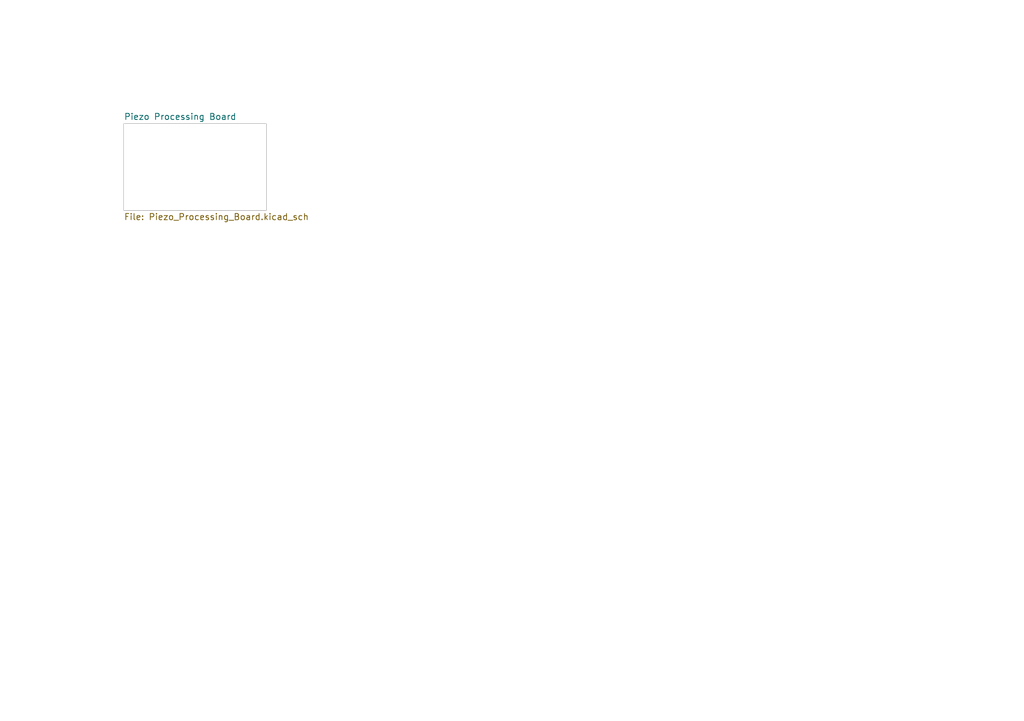
<source format=kicad_sch>
(kicad_sch
	(version 20231120)
	(generator "eeschema")
	(generator_version "8.0")
	(uuid "fa7dc156-0738-4812-9e62-07e618374ad9")
	(paper "A5")
	(title_block
		(title "Drum Pad")
		(date "2024-10-28")
		(rev "1")
	)
	(lib_symbols)
	(sheet
		(at 25.4 25.4)
		(size 29.21 17.78)
		(fields_autoplaced yes)
		(stroke
			(width 0.1524)
			(type solid)
			(color 184 184 184 1)
		)
		(fill
			(color 255 255 255 1.0000)
		)
		(uuid "4277ded8-b5b3-4b4d-a9ae-16de9562f325")
		(property "Sheetname" "Piezo Processing Board"
			(at 25.4 24.6884 0)
			(effects
				(font
					(size 1.27 1.27)
				)
				(justify left bottom)
			)
		)
		(property "Sheetfile" "Piezo_Processing_Board.kicad_sch"
			(at 25.4 43.7646 0)
			(effects
				(font
					(size 1.27 1.27)
				)
				(justify left top)
			)
		)
		(instances
			(project "DrumPADPCB"
				(path "/fa7dc156-0738-4812-9e62-07e618374ad9"
					(page "2")
				)
			)
		)
	)
	(sheet_instances
		(path "/"
			(page "1")
		)
	)
)

</source>
